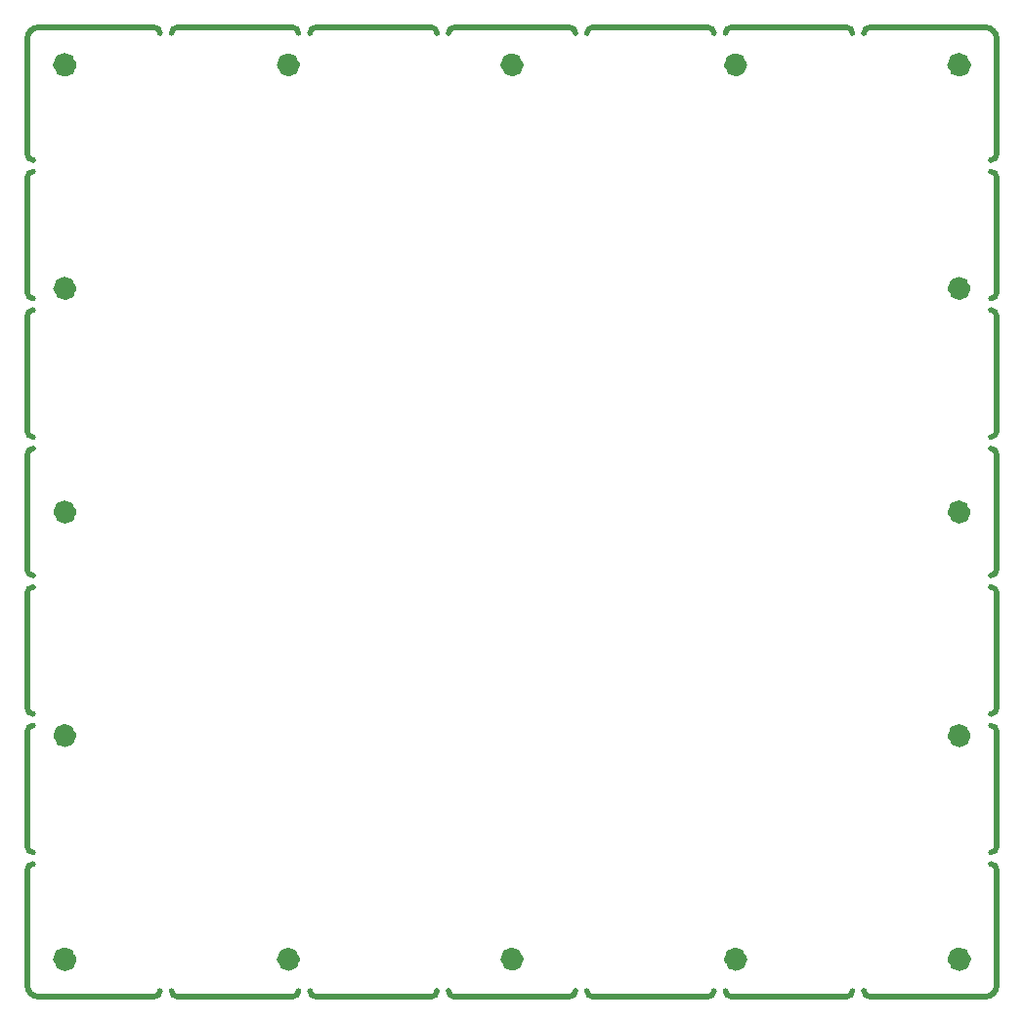
<source format=gbp>
G04 #@! TF.GenerationSoftware,KiCad,Pcbnew,(6.0.6)*
G04 #@! TF.CreationDate,2022-07-03T11:58:25+02:00*
G04 #@! TF.ProjectId,stencil,7374656e-6369-46c2-9e6b-696361645f70,rev?*
G04 #@! TF.SameCoordinates,Original*
G04 #@! TF.FileFunction,Paste,Bot*
G04 #@! TF.FilePolarity,Positive*
%FSLAX46Y46*%
G04 Gerber Fmt 4.6, Leading zero omitted, Abs format (unit mm)*
G04 Created by KiCad (PCBNEW (6.0.6)) date 2022-07-03 11:58:25*
%MOMM*%
%LPD*%
G01*
G04 APERTURE LIST*
%ADD10C,0.500000*%
%ADD11C,1.000000*%
%ADD12C,1.050000*%
G04 APERTURE END LIST*
D10*
X138000000Y-108000000D02*
X148000000Y-108000000D01*
X114000000Y-108000000D02*
X124000000Y-108000000D01*
X149000000Y-85000000D02*
X149000000Y-95000000D01*
D11*
X146250000Y-66000000D02*
G75*
G03*
X146250000Y-66000000I-500000J0D01*
G01*
D10*
X148500000Y-83500000D02*
G75*
G03*
X149000000Y-83000000I0J500000D01*
G01*
D11*
X68750000Y-85375000D02*
G75*
G03*
X68750000Y-85375000I-500000J0D01*
G01*
D10*
X148500000Y-95500000D02*
G75*
G03*
X149000000Y-95000000I0J500000D01*
G01*
X78000000Y-24000000D02*
G75*
G03*
X77500000Y-24500000I0J-500000D01*
G01*
X112500000Y-24500000D02*
G75*
G03*
X112000000Y-24000000I-500000J0D01*
G01*
X66000000Y-108000000D02*
X76000000Y-108000000D01*
X148500000Y-35500000D02*
G75*
G03*
X149000000Y-35000000I0J500000D01*
G01*
X138000000Y-24000000D02*
X148000000Y-24000000D01*
X76500000Y-24500000D02*
G75*
G03*
X76000000Y-24000000I-500000J0D01*
G01*
X65000000Y-49000000D02*
X65000000Y-59000000D01*
X138000000Y-24000000D02*
G75*
G03*
X137500000Y-24500000I0J-500000D01*
G01*
X89500000Y-107500000D02*
G75*
G03*
X90000000Y-108000000I500000J0D01*
G01*
D11*
X88125000Y-104750000D02*
G75*
G03*
X88125000Y-104750000I-500000J0D01*
G01*
D10*
X149000000Y-73000000D02*
X149000000Y-83000000D01*
X100500000Y-24500000D02*
G75*
G03*
X100000000Y-24000000I-500000J0D01*
G01*
X148500000Y-47500000D02*
G75*
G03*
X149000000Y-47000000I0J500000D01*
G01*
X101500000Y-107500000D02*
G75*
G03*
X102000000Y-108000000I500000J0D01*
G01*
X149000000Y-61000000D02*
G75*
G03*
X148500000Y-60500000I-500000J0D01*
G01*
X136000000Y-108000000D02*
G75*
G03*
X136500000Y-107500000I0J500000D01*
G01*
X112000000Y-108000000D02*
G75*
G03*
X112500000Y-107500000I0J500000D01*
G01*
X149000000Y-85000000D02*
G75*
G03*
X148500000Y-84500000I-500000J0D01*
G01*
X65000000Y-35000000D02*
G75*
G03*
X65500000Y-35500000I500000J0D01*
G01*
X148500000Y-71500000D02*
G75*
G03*
X149000000Y-71000000I0J500000D01*
G01*
D11*
X88125000Y-27250000D02*
G75*
G03*
X88125000Y-27250000I-500000J0D01*
G01*
D12*
X146275000Y-104750000D02*
G75*
G03*
X146275000Y-104750000I-525000J0D01*
G01*
D10*
X100000000Y-108000000D02*
G75*
G03*
X100500000Y-107500000I0J500000D01*
G01*
D11*
X68750000Y-46625000D02*
G75*
G03*
X68750000Y-46625000I-500000J0D01*
G01*
D10*
X90000000Y-24000000D02*
G75*
G03*
X89500000Y-24500000I0J-500000D01*
G01*
X125500000Y-107500000D02*
G75*
G03*
X126000000Y-108000000I500000J0D01*
G01*
X65500000Y-84500000D02*
G75*
G03*
X65000000Y-85000000I0J-500000D01*
G01*
X137500000Y-107500000D02*
G75*
G03*
X138000000Y-108000000I500000J0D01*
G01*
D11*
X68750000Y-66000000D02*
G75*
G03*
X68750000Y-66000000I-500000J0D01*
G01*
D10*
X149000000Y-49000000D02*
G75*
G03*
X148500000Y-48500000I-500000J0D01*
G01*
X65500000Y-60500000D02*
G75*
G03*
X65000000Y-61000000I0J-500000D01*
G01*
X149000000Y-97000000D02*
G75*
G03*
X148500000Y-96500000I-500000J0D01*
G01*
X113500000Y-107500000D02*
G75*
G03*
X114000000Y-108000000I500000J0D01*
G01*
D12*
X146275000Y-27250000D02*
G75*
G03*
X146275000Y-27250000I-525000J0D01*
G01*
D10*
X65000000Y-85000000D02*
X65000000Y-95000000D01*
D12*
X68775000Y-104750000D02*
G75*
G03*
X68775000Y-104750000I-525000J0D01*
G01*
D10*
X102000000Y-24000000D02*
G75*
G03*
X101500000Y-24500000I0J-500000D01*
G01*
X65000000Y-97000000D02*
X65000000Y-107000000D01*
X114000000Y-24000000D02*
G75*
G03*
X113500000Y-24500000I0J-500000D01*
G01*
X126000000Y-24000000D02*
X136000000Y-24000000D01*
X126000000Y-24000000D02*
G75*
G03*
X125500000Y-24500000I0J-500000D01*
G01*
X65000000Y-107000000D02*
G75*
G03*
X66000000Y-108000000I1000000J0D01*
G01*
X148500000Y-59500000D02*
G75*
G03*
X149000000Y-59000000I0J500000D01*
G01*
X65000000Y-71000000D02*
G75*
G03*
X65500000Y-71500000I500000J0D01*
G01*
X65500000Y-48500000D02*
G75*
G03*
X65000000Y-49000000I0J-500000D01*
G01*
X65500000Y-36500000D02*
G75*
G03*
X65000000Y-37000000I0J-500000D01*
G01*
X65000000Y-95000000D02*
G75*
G03*
X65500000Y-95500000I500000J0D01*
G01*
X149000000Y-37000000D02*
X149000000Y-47000000D01*
X148000000Y-108000000D02*
G75*
G03*
X149000000Y-107000000I0J1000000D01*
G01*
X149000000Y-25000000D02*
X149000000Y-35000000D01*
X149000000Y-73000000D02*
G75*
G03*
X148500000Y-72500000I-500000J0D01*
G01*
X66000000Y-24000000D02*
G75*
G03*
X65000000Y-25000000I0J-1000000D01*
G01*
X102000000Y-24000000D02*
X112000000Y-24000000D01*
X90000000Y-108000000D02*
X100000000Y-108000000D01*
X149000000Y-25000000D02*
G75*
G03*
X148000000Y-24000000I-1000000J0D01*
G01*
X65000000Y-83000000D02*
G75*
G03*
X65500000Y-83500000I500000J0D01*
G01*
X149000000Y-37000000D02*
G75*
G03*
X148500000Y-36500000I-500000J0D01*
G01*
D12*
X68775000Y-27250000D02*
G75*
G03*
X68775000Y-27250000I-525000J0D01*
G01*
D10*
X65000000Y-25000000D02*
X65000000Y-35000000D01*
X90000000Y-24000000D02*
X100000000Y-24000000D01*
D11*
X146250000Y-46625000D02*
G75*
G03*
X146250000Y-46625000I-500000J0D01*
G01*
D10*
X66000000Y-24000000D02*
X76000000Y-24000000D01*
D11*
X126875000Y-27250000D02*
G75*
G03*
X126875000Y-27250000I-500000J0D01*
G01*
D10*
X65000000Y-73000000D02*
X65000000Y-83000000D01*
X88000000Y-108000000D02*
G75*
G03*
X88500000Y-107500000I0J500000D01*
G01*
X65000000Y-61000000D02*
X65000000Y-71000000D01*
X76000000Y-108000000D02*
G75*
G03*
X76500000Y-107500000I0J500000D01*
G01*
D11*
X107500000Y-27250000D02*
G75*
G03*
X107500000Y-27250000I-500000J0D01*
G01*
D10*
X124000000Y-108000000D02*
G75*
G03*
X124500000Y-107500000I0J500000D01*
G01*
X149000000Y-61000000D02*
X149000000Y-71000000D01*
X126000000Y-108000000D02*
X136000000Y-108000000D01*
X77500000Y-107500000D02*
G75*
G03*
X78000000Y-108000000I500000J0D01*
G01*
D11*
X107500000Y-104750000D02*
G75*
G03*
X107500000Y-104750000I-500000J0D01*
G01*
D10*
X65000000Y-37000000D02*
X65000000Y-47000000D01*
X78000000Y-108000000D02*
X88000000Y-108000000D01*
X102000000Y-108000000D02*
X112000000Y-108000000D01*
X65500000Y-72500000D02*
G75*
G03*
X65000000Y-73000000I0J-500000D01*
G01*
X114000000Y-24000000D02*
X124000000Y-24000000D01*
X136500000Y-24500000D02*
G75*
G03*
X136000000Y-24000000I-500000J0D01*
G01*
X149000000Y-97000000D02*
X149000000Y-107000000D01*
X65000000Y-59000000D02*
G75*
G03*
X65500000Y-59500000I500000J0D01*
G01*
X65000000Y-47000000D02*
G75*
G03*
X65500000Y-47500000I500000J0D01*
G01*
X124500000Y-24500000D02*
G75*
G03*
X124000000Y-24000000I-500000J0D01*
G01*
X65500000Y-96500000D02*
G75*
G03*
X65000000Y-97000000I0J-500000D01*
G01*
D11*
X146250000Y-85375000D02*
G75*
G03*
X146250000Y-85375000I-500000J0D01*
G01*
D10*
X78000000Y-24000000D02*
X88000000Y-24000000D01*
X88500000Y-24500000D02*
G75*
G03*
X88000000Y-24000000I-500000J0D01*
G01*
D11*
X126875000Y-104750000D02*
G75*
G03*
X126875000Y-104750000I-500000J0D01*
G01*
D10*
X149000000Y-49000000D02*
X149000000Y-59000000D01*
M02*

</source>
